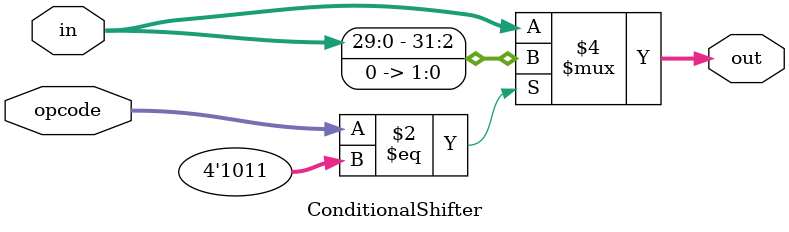
<source format=v>
module ConditionalShifter(out, opcode, in);
	input [3:0] opcode;
	input [31:0] in;
	
	output [31:0] out;
	reg[31:0] out;
	
	always @(*) begin
		if (opcode == 4'b1011) begin // if equal JAL, we shift
			out = {in[29:0], 2'b00};
		end else begin
			out = in;			
		end
	end
endmodule	

</source>
